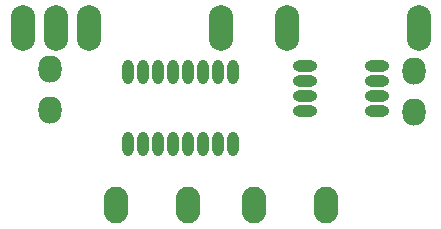
<source format=gts>
G04 #@! TF.GenerationSoftware,KiCad,Pcbnew,6.0.11-2627ca5db0~126~ubuntu20.04.1*
G04 #@! TF.CreationDate,2023-03-27T19:11:57+02:00*
G04 #@! TF.ProjectId,KA12,4b413132-2e6b-4696-9361-645f70636258,rev?*
G04 #@! TF.SameCoordinates,Original*
G04 #@! TF.FileFunction,Soldermask,Top*
G04 #@! TF.FilePolarity,Negative*
%FSLAX46Y46*%
G04 Gerber Fmt 4.6, Leading zero omitted, Abs format (unit mm)*
G04 Created by KiCad (PCBNEW 6.0.11-2627ca5db0~126~ubuntu20.04.1) date 2023-03-27 19:11:57*
%MOMM*%
%LPD*%
G01*
G04 APERTURE LIST*
%ADD10O,2.078000X3.094000*%
%ADD11O,1.951000X2.300000*%
%ADD12O,2.078000X0.935000*%
%ADD13O,2.078000X3.856000*%
%ADD14O,0.935000X2.078000*%
G04 APERTURE END LIST*
D10*
X122936000Y-118618000D03*
X129032000Y-118618000D03*
X117348000Y-118618000D03*
X111252000Y-118618000D03*
D11*
X136525000Y-107238800D03*
X136525000Y-110693200D03*
D12*
X127254000Y-106807000D03*
X127254000Y-108077000D03*
X127254000Y-109347000D03*
X127254000Y-110617000D03*
X133350000Y-110617000D03*
X133350000Y-109347000D03*
X133350000Y-108077000D03*
X133350000Y-106807000D03*
D13*
X103378000Y-103632000D03*
X106172000Y-103632000D03*
X108966000Y-103632000D03*
X120142000Y-103632000D03*
X125730000Y-103632000D03*
X136906000Y-103632000D03*
D11*
X105664000Y-110566200D03*
X105664000Y-107111800D03*
D14*
X121158000Y-107315000D03*
X119888000Y-107315000D03*
X118618000Y-107315000D03*
X117348000Y-107315000D03*
X116078000Y-107315000D03*
X114808000Y-107315000D03*
X113538000Y-107315000D03*
X112268000Y-107315000D03*
X112268000Y-113411000D03*
X113538000Y-113411000D03*
X114808000Y-113411000D03*
X116078000Y-113411000D03*
X117348000Y-113411000D03*
X118618000Y-113411000D03*
X119888000Y-113411000D03*
X121158000Y-113411000D03*
M02*

</source>
